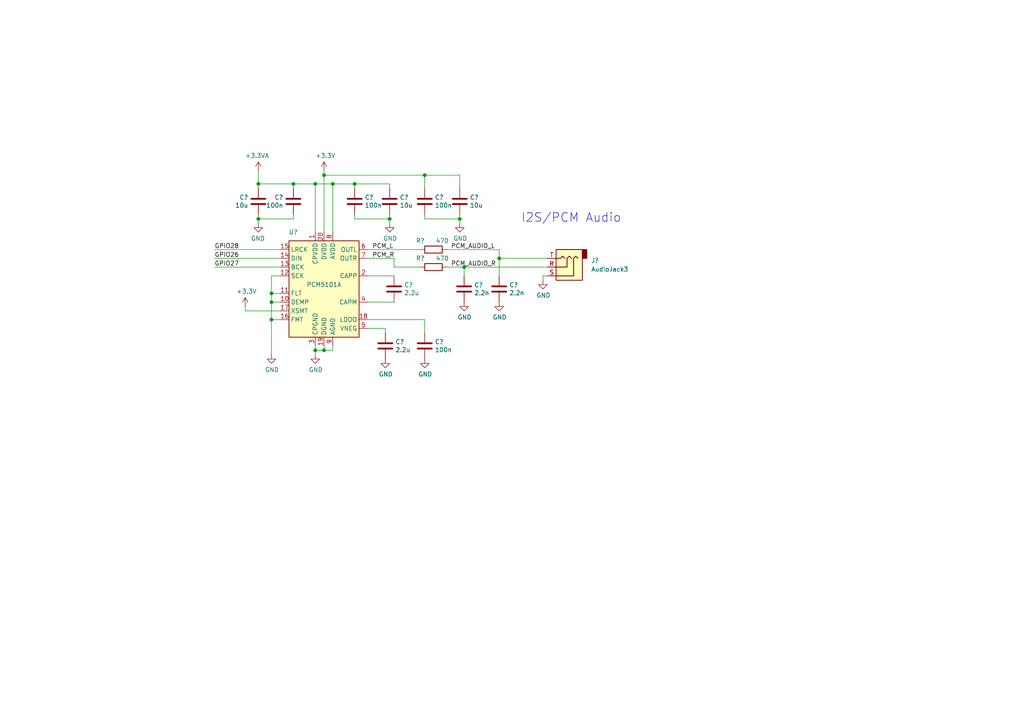
<source format=kicad_sch>
(kicad_sch (version 20211123) (generator eeschema)
  (paper "A4")
  (lib_symbols
    (symbol "Audio:PCM5101"
      (property "Reference" "U" (at -10.16 13.97 0))
      (property "Value" "PCM5101" (at 3.81 13.97 0))
      (symbol "PCM5101_0_1"
        (rectangle (start -10.16 12.7) (end 10.16 -15.24) (stroke (width 0.254)) (fill (type background)))
      )
      (symbol "PCM5101_1_1"
        (pin passive line (at -2.54 15.24 270) (length 2.54) (name "CPVDD") (number "1"))
        (pin input line (at -12.7 -5.08 0) (length 2.54) (name "DEMP") (number "10"))
        (pin input line (at -12.7 -2.54 0) (length 2.54) (name "FLT") (number "11"))
        (pin input line (at -12.7 2.54 0) (length 2.54) (name "SCK") (number "12"))
        (pin input line (at -12.7 5.08 0) (length 2.54) (name "BCK") (number "13"))
        (pin input line (at -12.7 7.62 0) (length 2.54) (name "DIN") (number "14"))
        (pin input line (at -12.7 10.16 0) (length 2.54) (name "LRCK") (number "15"))
        (pin input line (at -12.7 -10.16 0) (length 2.54) (name "FMT") (number "16"))
        (pin input line (at -12.7 -7.62 0) (length 2.54) (name "XSMT") (number "17"))
        (pin passive line (at 12.7 -10.16 180) (length 2.54) (name "LDOO") (number "18"))
        (pin power_in line (at 0 -17.78 90) (length 2.54) (name "DGND") (number "19"))
        (pin passive line (at 12.7 2.54 180) (length 2.54) (name "CAPP") (number "2"))
        (pin power_in line (at 0 15.24 270) (length 2.54) (name "DVDD") (number "20"))
        (pin power_in line (at -2.54 -17.78 90) (length 2.54) (name "CPGND") (number "3"))
        (pin passive line (at 12.7 -5.08 180) (length 2.54) (name "CAPM") (number "4"))
        (pin passive line (at 12.7 -12.7 180) (length 2.54) (name "VNEG") (number "5"))
        (pin output line (at 12.7 10.16 180) (length 2.54) (name "OUTL") (number "6"))
        (pin output line (at 12.7 7.62 180) (length 2.54) (name "OUTR") (number "7"))
        (pin power_in line (at 2.54 15.24 270) (length 2.54) (name "AVDD") (number "8"))
        (pin power_in line (at 2.54 -17.78 90) (length 2.54) (name "AGND") (number "9"))
      )
    )
    (symbol "Connector:AudioJack3"
      (property "Reference" "J" (at 0 8.89 0))
      (property "Value" "AudioJack3" (at 0 6.35 0))
      (symbol "AudioJack3_0_1"
        (rectangle (start -5.08 -5.08) (end -6.35 -2.54) (stroke (width 0.254)) (fill (type outline)))
        (polyline (pts (xy 0 -2.54) (xy 0.635 -3.175) (xy 1.27 -2.54) (xy 2.54 -2.54)) (stroke (width 0.254)))
        (polyline (pts (xy -1.905 -2.54) (xy -1.27 -3.175) (xy -0.635 -2.54) (xy -0.635 0) (xy 2.54 0)) (stroke (width 0.254)))
        (polyline (pts (xy 2.54 2.54) (xy -2.54 2.54) (xy -2.54 -2.54) (xy -3.175 -3.175) (xy -3.81 -2.54)) (stroke (width 0.254)))
        (rectangle (start 2.54 3.81) (end -5.08 -5.08) (stroke (width 0.254)) (fill (type background)))
      )
      (symbol "AudioJack3_1_1"
        (pin passive line (at 5.08 0 180) (length 2.54) (name "~") (number "R"))
        (pin passive line (at 5.08 2.54 180) (length 2.54) (name "~") (number "S"))
        (pin passive line (at 5.08 -2.54 180) (length 2.54) (name "~") (number "T"))
      )
    )
    (symbol "Device:C" (pin_numbers hide) (pin_names (offset 0.254))
      (property "Reference" "C" (at 0.635 2.54 0))
      (property "Value" "C" (at 0.635 -2.54 0))
      (symbol "C_0_1"
        (polyline (pts (xy -2.032 -0.762) (xy 2.032 -0.762)) (stroke (width 0.508)))
        (polyline (pts (xy -2.032 0.762) (xy 2.032 0.762)) (stroke (width 0.508)))
      )
      (symbol "C_1_1"
        (pin passive line (at 0 3.81 270) (length 2.794) (name "~") (number "1"))
        (pin passive line (at 0 -3.81 90) (length 2.794) (name "~") (number "2"))
      )
    )
    (symbol "Device:R" (pin_numbers hide) (pin_names (offset 0))
      (property "Reference" "R" (at 2.032 0 90))
      (property "Value" "R" (at 0 0 90))
      (symbol "R_0_1"
        (rectangle (start -1.016 -2.54) (end 1.016 2.54) (stroke (width 0.254)))
      )
      (symbol "R_1_1"
        (pin passive line (at 0 3.81 270) (length 1.27) (name "~") (number "1"))
        (pin passive line (at 0 -3.81 90) (length 1.27) (name "~") (number "2"))
      )
    )
    (symbol "power:+3.3V" (power) (pin_names (offset 0))
      (property "Value" "+3.3V" (at 0 3.556 0))
      (symbol "+3.3V_0_1"
        (polyline (pts (xy -0.762 1.27) (xy 0 2.54)))
        (polyline (pts (xy 0 0) (xy 0 2.54)))
        (polyline (pts (xy 0 2.54) (xy 0.762 1.27)))
      )
      (symbol "+3.3V_1_1"
        (pin power_in line (at 0 0 90) (length 0) hide (name "+3.3V") (number "1"))
      )
    )
    (symbol "power:+3.3VA" (power) (pin_names (offset 0))
      (property "Value" "+3.3VA" (at 0 3.556 0))
      (symbol "+3.3VA_0_1"
        (polyline (pts (xy -0.762 1.27) (xy 0 2.54)))
        (polyline (pts (xy 0 0) (xy 0 2.54)))
        (polyline (pts (xy 0 2.54) (xy 0.762 1.27)))
      )
      (symbol "+3.3VA_1_1"
        (pin power_in line (at 0 0 90) (length 0) hide (name "+3.3VA") (number "1"))
      )
    )
    (symbol "power:GND" (power) (pin_names (offset 0))
      (property "Value" "GND" (at 0 -3.81 0))
      (symbol "GND_0_1"
        (polyline (pts (xy 0 0) (xy 0 -1.27) (xy 1.27 -1.27) (xy 0 -2.54) (xy -1.27 -1.27) (xy 0 -1.27)))
      )
      (symbol "GND_1_1"
        (pin power_in line (at 0 0 270) (length 0) hide (name "GND") (number "1"))
      )
    )
  )
  (junction (at 102.87 53.34))
  (junction (at 93.98 50.8))
  (junction (at 123.19 50.8))
  (junction (at 74.93 53.34))
  (junction (at 133.35 63.5))
  (junction (at 144.78 74.93))
  (junction (at 78.74 85.09))
  (junction (at 91.44 53.34))
  (junction (at 74.93 63.5))
  (junction (at 113.03 63.5))
  (junction (at 93.98 101.6))
  (junction (at 91.44 101.6))
  (junction (at 96.52 53.34))
  (junction (at 78.74 87.63))
  (junction (at 85.09 53.34))
  (junction (at 78.74 92.71))
  (junction (at 134.62 77.47))
  (wire (pts (xy 74.93 63.5) (xy 74.93 64.77)))
  (wire (pts (xy 96.52 101.6) (xy 96.52 100.33)))
  (wire (pts (xy 157.48 80.01) (xy 157.48 81.28)))
  (wire (pts (xy 123.19 62.23) (xy 123.19 63.5)))
  (wire (pts (xy 158.75 80.01) (xy 157.48 80.01)))
  (wire (pts (xy 123.19 50.8) (xy 133.35 50.8)))
  (wire (pts (xy 74.93 53.34) (xy 85.09 53.34)))
  (wire (pts (xy 93.98 50.8) (xy 123.19 50.8)))
  (wire (pts (xy 134.62 77.47) (xy 158.75 77.47)))
  (wire (pts (xy 106.68 80.01) (xy 114.3 80.01)))
  (wire (pts (xy 85.09 62.23) (xy 85.09 63.5)))
  (wire (pts (xy 102.87 53.34) (xy 96.52 53.34)))
  (wire (pts (xy 93.98 101.6) (xy 96.52 101.6)))
  (wire (pts (xy 102.87 63.5) (xy 113.03 63.5)))
  (wire (pts (xy 111.76 95.25) (xy 111.76 96.52)))
  (wire (pts (xy 81.28 92.71) (xy 78.74 92.71)))
  (wire (pts (xy 144.78 72.39) (xy 144.78 74.93)))
  (wire (pts (xy 129.54 72.39) (xy 144.78 72.39)))
  (wire (pts (xy 106.68 95.25) (xy 111.76 95.25)))
  (wire (pts (xy 133.35 63.5) (xy 133.35 64.77)))
  (wire (pts (xy 113.03 62.23) (xy 113.03 63.5)))
  (wire (pts (xy 96.52 53.34) (xy 91.44 53.34)))
  (wire (pts (xy 93.98 100.33) (xy 93.98 101.6)))
  (wire (pts (xy 78.74 85.09) (xy 78.74 87.63)))
  (wire (pts (xy 106.68 74.93) (xy 114.3 74.93)))
  (wire (pts (xy 134.62 80.01) (xy 134.62 77.47)))
  (wire (pts (xy 96.52 53.34) (xy 96.52 67.31)))
  (wire (pts (xy 91.44 101.6) (xy 93.98 101.6)))
  (wire (pts (xy 81.28 74.93) (xy 62.23 74.93)))
  (wire (pts (xy 81.28 77.47) (xy 62.23 77.47)))
  (wire (pts (xy 114.3 77.47) (xy 121.92 77.47)))
  (wire (pts (xy 81.28 80.01) (xy 78.74 80.01)))
  (wire (pts (xy 91.44 100.33) (xy 91.44 101.6)))
  (wire (pts (xy 106.68 72.39) (xy 121.92 72.39)))
  (wire (pts (xy 81.28 87.63) (xy 78.74 87.63)))
  (wire (pts (xy 85.09 63.5) (xy 74.93 63.5)))
  (wire (pts (xy 106.68 87.63) (xy 114.3 87.63)))
  (wire (pts (xy 106.68 92.71) (xy 123.19 92.71)))
  (wire (pts (xy 113.03 53.34) (xy 113.03 54.61)))
  (wire (pts (xy 85.09 53.34) (xy 91.44 53.34)))
  (wire (pts (xy 78.74 87.63) (xy 78.74 92.71)))
  (wire (pts (xy 133.35 62.23) (xy 133.35 63.5)))
  (wire (pts (xy 81.28 85.09) (xy 78.74 85.09)))
  (wire (pts (xy 91.44 53.34) (xy 91.44 67.31)))
  (wire (pts (xy 144.78 74.93) (xy 144.78 80.01)))
  (wire (pts (xy 81.28 72.39) (xy 62.23 72.39)))
  (wire (pts (xy 91.44 101.6) (xy 91.44 102.87)))
  (wire (pts (xy 113.03 63.5) (xy 113.03 64.77)))
  (wire (pts (xy 102.87 62.23) (xy 102.87 63.5)))
  (wire (pts (xy 74.93 53.34) (xy 74.93 54.61)))
  (wire (pts (xy 71.12 90.17) (xy 81.28 90.17)))
  (wire (pts (xy 114.3 74.93) (xy 114.3 77.47)))
  (wire (pts (xy 78.74 80.01) (xy 78.74 85.09)))
  (wire (pts (xy 123.19 92.71) (xy 123.19 96.52)))
  (wire (pts (xy 123.19 63.5) (xy 133.35 63.5)))
  (wire (pts (xy 144.78 74.93) (xy 158.75 74.93)))
  (wire (pts (xy 102.87 54.61) (xy 102.87 53.34)))
  (wire (pts (xy 133.35 50.8) (xy 133.35 54.61)))
  (wire (pts (xy 129.54 77.47) (xy 134.62 77.47)))
  (wire (pts (xy 71.12 88.9) (xy 71.12 90.17)))
  (wire (pts (xy 74.93 62.23) (xy 74.93 63.5)))
  (wire (pts (xy 74.93 53.34) (xy 74.93 49.53)))
  (wire (pts (xy 113.03 53.34) (xy 102.87 53.34)))
  (wire (pts (xy 123.19 54.61) (xy 123.19 50.8)))
  (wire (pts (xy 93.98 50.8) (xy 93.98 49.53)))
  (wire (pts (xy 85.09 54.61) (xy 85.09 53.34)))
  (wire (pts (xy 93.98 67.31) (xy 93.98 50.8)))
  (wire (pts (xy 78.74 92.71) (xy 78.74 102.87)))
  (text "I2S/PCM Audio" (at 151.13 64.77 0) (effects (font (size 2.54 2.54)) (justify left bottom)))
  (label "GPIO26" (at 62.23 74.93 0))
  (label "PCM_AUDIO_R" (at 130.81 77.47 0))
  (label "PCM_AUDIO_L" (at 130.81 72.39 0))
  (label "PCM_L" (at 107.95 72.39 0))
  (label "GPIO28" (at 62.23 72.39 0))
  (label "PCM_R" (at 107.95 74.93 0))
  (label "GPIO27" (at 62.23 77.47 0))
  (symbol (lib_id "power:GND") (at 74.93 64.77 0) (mirror y) (unit 1)
    (property "Reference" "#PWR?" (effects hide))
    (property "Value" "GND" (at 74.803 69.1642 0))
  )
  (symbol (lib_id "Device:C") (at 133.35 58.42 0) (unit 1)
    (property "Reference" "C?" (at 136.271 57.2516 0) (effects (justify left)))
    (property "Value" "10u" (at 136.271 59.563 0) (effects (justify left)))
    (property "Footprint" "Capacitor_SMD:C_0603_1608Metric" (effects hide))
  )
  (symbol (lib_id "Device:R") (at 125.73 77.47 270) (unit 1)
    (property "Reference" "R?" (at 121.92 74.93 90))
    (property "Value" "470" (at 128.27 74.93 90))
    (property "Footprint" "Resistor_SMD:R_0402_1005Metric" (effects hide))
  )
  (symbol (lib_id "power:GND") (at 134.62 87.63 0) (unit 1)
    (property "Reference" "#PWR?" (effects hide))
    (property "Value" "GND" (at 134.747 92.0242 0))
  )
  (symbol (lib_id "Device:C") (at 134.62 83.82 0) (unit 1)
    (property "Reference" "C?" (at 137.541 82.6516 0) (effects (justify left)))
    (property "Value" "2.2n" (at 137.541 84.963 0) (effects (justify left)))
    (property "Footprint" "Capacitor_SMD:C_0402_1005Metric" (effects hide))
  )
  (symbol (lib_id "power:GND") (at 157.48 81.28 0) (unit 1)
    (property "Reference" "#PWR?" (effects hide))
    (property "Value" "GND" (at 157.607 85.6742 0))
  )
  (symbol (lib_id "power:GND") (at 78.74 102.87 0) (unit 1)
    (property "Reference" "#PWR?" (effects hide))
    (property "Value" "GND" (at 78.867 107.2642 0))
  )
  (symbol (lib_id "power:GND") (at 91.44 102.87 0) (unit 1)
    (property "Reference" "#PWR?" (effects hide))
    (property "Value" "GND" (at 91.567 107.2642 0))
  )
  (symbol (lib_id "Device:C") (at 123.19 100.33 0) (unit 1)
    (property "Reference" "C?" (at 126.111 99.1616 0) (effects (justify left)))
    (property "Value" "100n" (at 126.111 101.473 0) (effects (justify left)))
    (property "Footprint" "Capacitor_SMD:C_0402_1005Metric" (effects hide))
  )
  (symbol (lib_id "power:GND") (at 113.03 64.77 0) (unit 1)
    (property "Reference" "#PWR?" (effects hide))
    (property "Value" "GND" (at 113.157 69.1642 0))
  )
  (symbol (lib_id "power:GND") (at 133.35 64.77 0) (unit 1)
    (property "Reference" "#PWR?" (effects hide))
    (property "Value" "GND" (at 133.477 69.1642 0))
  )
  (symbol (lib_id "power:+3.3V") (at 71.12 88.9 0) (unit 1)
    (property "Reference" "#PWR?" (effects hide))
    (property "Value" "+3.3V" (at 71.501 84.5058 0))
  )
  (symbol (lib_id "Device:C") (at 111.76 100.33 0) (unit 1)
    (property "Reference" "C?" (at 114.681 99.1616 0) (effects (justify left)))
    (property "Value" "2.2u" (at 114.681 101.473 0) (effects (justify left)))
    (property "Footprint" "Capacitor_SMD:C_0603_1608Metric" (effects hide))
  )
  (symbol (lib_id "Device:C") (at 74.93 58.42 0) (mirror y) (unit 1)
    (property "Reference" "C?" (at 72.009 57.2516 0) (effects (justify left)))
    (property "Value" "10u" (at 72.009 59.563 0) (effects (justify left)))
    (property "Footprint" "Capacitor_SMD:C_0603_1608Metric" (effects hide))
  )
  (symbol (lib_id "power:GND") (at 123.19 104.14 0) (unit 1)
    (property "Reference" "#PWR?" (effects hide))
    (property "Value" "GND" (at 123.317 108.5342 0))
  )
  (symbol (lib_id "Device:C") (at 102.87 58.42 0) (unit 1)
    (property "Reference" "C?" (at 105.791 57.2516 0) (effects (justify left)))
    (property "Value" "100n" (at 105.791 59.563 0) (effects (justify left)))
    (property "Footprint" "Capacitor_SMD:C_0402_1005Metric" (effects hide))
  )
  (symbol (lib_id "power:+3.3VA") (at 74.93 49.53 0) (mirror y) (unit 1)
    (property "Reference" "#PWR?" (effects hide))
    (property "Value" "+3.3VA" (at 74.549 45.1358 0))
  )
  (symbol (lib_id "power:GND") (at 144.78 87.63 0) (unit 1)
    (property "Reference" "#PWR?" (effects hide))
    (property "Value" "GND" (at 144.907 92.0242 0))
  )
  (symbol (lib_id "Device:C") (at 114.3 83.82 0) (unit 1)
    (property "Reference" "C?" (at 117.221 82.6516 0) (effects (justify left)))
    (property "Value" "2.2u" (at 117.221 84.963 0) (effects (justify left)))
    (property "Footprint" "Capacitor_SMD:C_0603_1608Metric" (effects hide))
  )
  (symbol (lib_id "Device:C") (at 123.19 58.42 0) (unit 1)
    (property "Reference" "C?" (at 126.111 57.2516 0) (effects (justify left)))
    (property "Value" "100n" (at 126.111 59.563 0) (effects (justify left)))
    (property "Footprint" "Capacitor_SMD:C_0402_1005Metric" (effects hide))
  )
  (symbol (lib_id "Device:C") (at 144.78 83.82 0) (unit 1)
    (property "Reference" "C?" (at 147.701 82.6516 0) (effects (justify left)))
    (property "Value" "2.2n" (at 147.701 84.963 0) (effects (justify left)))
    (property "Footprint" "Capacitor_SMD:C_0402_1005Metric" (effects hide))
  )
  (symbol (lib_id "Connector:AudioJack3") (at 163.83 77.47 180) (unit 1)
    (property "Reference" "J?" (at 171.45 75.5649 0) (effects (justify right)))
    (property "Value" "AudioJack3" (at 171.45 78.1049 0) (effects (justify right)))
  )
  (symbol (lib_id "Device:R") (at 125.73 72.39 270) (unit 1)
    (property "Reference" "R?" (at 121.92 69.85 90))
    (property "Value" "470" (at 128.27 69.85 90))
    (property "Footprint" "Resistor_SMD:R_0402_1005Metric" (effects hide))
  )
  (symbol (lib_id "Audio:PCM5101") (at 93.98 82.55 0) (unit 1)
    (property "Reference" "U?" (at 85.09 67.31 0))
    (property "Value" "PCM5101A" (at 93.98 82.55 0))
    (property "Footprint" "Package_SO:TSSOP-20_4.4x6.5mm_P0.65mm" (effects hide))
    (property "Datasheet" "http://www.ti.com/lit/ds/symlink/pcm5101.pdf" (effects hide))
  )
  (symbol (lib_id "power:+3.3V") (at 93.98 49.53 0) (unit 1)
    (property "Reference" "#PWR?" (effects hide))
    (property "Value" "+3.3V" (at 94.361 45.1358 0))
  )
  (symbol (lib_id "Device:C") (at 85.09 58.42 0) (mirror y) (unit 1)
    (property "Reference" "C?" (at 82.169 57.2516 0) (effects (justify left)))
    (property "Value" "100n" (at 82.169 59.563 0) (effects (justify left)))
    (property "Footprint" "Capacitor_SMD:C_0402_1005Metric" (effects hide))
  )
  (symbol (lib_id "Device:C") (at 113.03 58.42 0) (unit 1)
    (property "Reference" "C?" (at 115.951 57.2516 0) (effects (justify left)))
    (property "Value" "10u" (at 115.951 59.563 0) (effects (justify left)))
    (property "Footprint" "Capacitor_SMD:C_0603_1608Metric" (effects hide))
  )
  (symbol (lib_id "power:GND") (at 111.76 104.14 0) (unit 1)
    (property "Reference" "#PWR?" (effects hide))
    (property "Value" "GND" (at 111.887 108.5342 0))
  )
)
</source>
